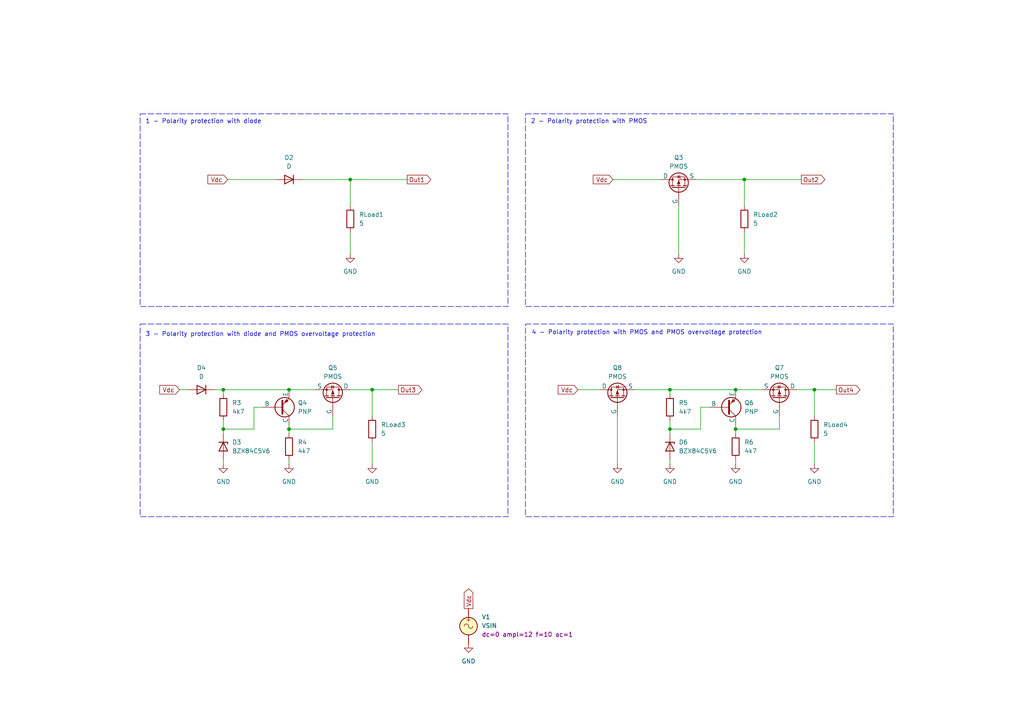
<source format=kicad_sch>
(kicad_sch (version 20250114) (generator "eeschema") (generator_version "9.0")
  (paper "A4")
  (title_block (title "Voltage Polarity protection with discrete components") (date "2025-09-13") (company "GitHub/OJStuff"))
  (lib_symbols
    (symbol "Device:D" (pin_numbers (hide yes)) (pin_names (offset 1.016) (hide yes))
      (property "Reference" "D" (at 0 2.54 0))
      (property "Value" "D" (at 0 -2.54 0))
      (symbol "D_0_1"
        (polyline (pts (xy -1.27 1.27) (xy -1.27 -1.27)) (stroke (width 0.254)))
        (polyline (pts (xy 1.27 1.27) (xy 1.27 -1.27) (xy -1.27 0) (xy 1.27 1.27)) (stroke (width 0.254)))
        (polyline (pts (xy 1.27 0) (xy -1.27 0)))
      )
      (symbol "D_1_1"
        (pin passive line (at -3.81 0 0) (length 2.54) (name "K") (number "1"))
        (pin passive line (at 3.81 0 180) (length 2.54) (name "A") (number "2"))
      )
    )
    (symbol "Device:D_Zener" (pin_numbers (hide yes)) (pin_names (offset 1.016) (hide yes))
      (property "Reference" "D" (at 0 2.54 0))
      (property "Value" "D_Zener" (at 0 -2.54 0))
      (symbol "D_Zener_0_1"
        (polyline (pts (xy -1.27 -1.27) (xy -1.27 1.27) (xy -0.762 1.27)) (stroke (width 0.254)))
        (polyline (pts (xy 1.27 0) (xy -1.27 0)))
        (polyline (pts (xy 1.27 -1.27) (xy 1.27 1.27) (xy -1.27 0) (xy 1.27 -1.27)) (stroke (width 0.254)))
      )
      (symbol "D_Zener_1_1"
        (pin passive line (at -3.81 0 0) (length 2.54) (name "K") (number "1"))
        (pin passive line (at 3.81 0 180) (length 2.54) (name "A") (number "2"))
      )
    )
    (symbol "Device:R" (pin_numbers (hide yes)) (pin_names (offset 0))
      (property "Reference" "R" (at 2.032 0 90))
      (property "Value" "R" (at 0 0 90))
      (symbol "R_0_1"
        (rectangle (start -1.016 -2.54) (end 1.016 2.54) (stroke (width 0.254)))
      )
      (symbol "R_1_1"
        (pin passive line (at 0 3.81 270) (length 1.27) (name "~") (number "1"))
        (pin passive line (at 0 -3.81 90) (length 1.27) (name "~") (number "2"))
      )
    )
    (symbol "Simulation_SPICE:PMOS" (pin_numbers (hide yes)) (pin_names (offset 0))
      (property "Reference" "Q" (at 5.08 1.27 0))
      (property "Value" "PMOS" (at 5.08 -1.27 0))
      (symbol "PMOS_0_1"
        (polyline (pts (xy 0.254 1.905) (xy 0.254 -1.905)) (stroke (width 0.254)))
        (polyline (pts (xy 0.254 0) (xy -2.54 0)))
        (polyline (pts (xy 0.762 2.286) (xy 0.762 1.27)) (stroke (width 0.254)))
        (polyline (pts (xy 0.762 1.778) (xy 3.302 1.778) (xy 3.302 -1.778) (xy 0.762 -1.778)))
        (polyline (pts (xy 0.762 0.508) (xy 0.762 -0.508)) (stroke (width 0.254)))
        (polyline (pts (xy 0.762 -1.27) (xy 0.762 -2.286)) (stroke (width 0.254)))
        (circle (center 1.651 0) (radius 2.794) (stroke (width 0.254)))
        (polyline (pts (xy 2.286 0) (xy 1.27 0.381) (xy 1.27 -0.381) (xy 2.286 0)) (fill (type outline)))
        (polyline (pts (xy 2.54 2.54) (xy 2.54 1.778)))
        (circle (center 2.54 1.778) (radius 0.254) (fill (type outline)))
        (circle (center 2.54 -1.778) (radius 0.254) (fill (type outline)))
        (polyline (pts (xy 2.54 -2.54) (xy 2.54 0) (xy 0.762 0)))
        (polyline (pts (xy 2.794 -0.508) (xy 2.921 -0.381) (xy 3.683 -0.381) (xy 3.81 -0.254)))
        (polyline (pts (xy 3.302 -0.381) (xy 2.921 0.254) (xy 3.683 0.254) (xy 3.302 -0.381)))
      )
      (symbol "PMOS_1_1"
        (pin input line (at -5.08 0 0) (length 2.54) (name "G") (number "2"))
        (pin passive line (at 2.54 5.08 270) (length 2.54) (name "D") (number "1"))
        (pin passive line (at 2.54 -5.08 90) (length 2.54) (name "S") (number "3"))
      )
    )
    (symbol "Simulation_SPICE:PNP" (pin_numbers (hide yes)) (pin_names (offset 0))
      (property "Reference" "Q" (at -2.54 7.62 0))
      (property "Value" "PNP" (at -2.54 5.08 0))
      (symbol "PNP_0_1"
        (polyline (pts (xy -2.54 0) (xy 0.635 0)) (stroke (width 0.1524)))
        (polyline (pts (xy 0.635 1.905) (xy 0.635 -1.905) (xy 0.635 -1.905)) (stroke (width 0.508)))
        (polyline (pts (xy 0.635 0.635) (xy 2.54 2.54)))
        (polyline (pts (xy 0.635 -0.635) (xy 2.54 -2.54) (xy 2.54 -2.54)))
        (circle (center 1.27 0) (radius 2.8194) (stroke (width 0.254)))
        (polyline (pts (xy 2.286 -1.778) (xy 1.778 -2.286) (xy 1.27 -1.27) (xy 2.286 -1.778) (xy 2.286 -1.778)) (fill (type outline)))
      )
      (symbol "PNP_1_1"
        (pin input line (at -5.08 0 0) (length 2.54) (name "B") (number "2"))
        (pin open_collector line (at 2.54 5.08 270) (length 2.54) (name "C") (number "1"))
        (pin open_emitter line (at 2.54 -5.08 90) (length 2.54) (name "E") (number "3"))
      )
    )
    (symbol "Simulation_SPICE:VSIN" (pin_numbers (hide yes)) (pin_names (offset 0.0254))
      (property "Reference" "V" (at 2.54 2.54 0))
      (property "Value" "VSIN" (at 2.54 0 0))
      (property "Sim.Params" "dc=0 ampl=1 f=1k ac=1" (at 2.54 -2.54 0))
      (symbol "VSIN_0_0"
        (arc (start -1.27 0) (mid -0.635 0.6323) (end 0 0))
        (arc (start 1.27 0) (mid 0.635 -0.6323) (end 0 0))
        (text "+" (at 0 1.905 0) (effects (font (size 1.27 1.27))))
      )
      (symbol "VSIN_0_1"
        (circle (center 0 0) (radius 2.54) (stroke (width 0.254)) (fill (type background)))
      )
      (symbol "VSIN_1_1"
        (pin passive line (at 0 5.08 270) (length 2.54) (name "~") (number "1"))
        (pin passive line (at 0 -5.08 90) (length 2.54) (name "~") (number "2"))
      )
    )
    (symbol "power:GND" (power) (pin_numbers (hide yes)) (pin_names (offset 0) (hide yes))
      (property "Value" "GND" (at 0 -3.81 0))
      (symbol "GND_0_1"
        (polyline (pts (xy 0 0) (xy 0 -1.27) (xy 1.27 -1.27) (xy 0 -2.54) (xy -1.27 -1.27) (xy 0 -1.27)))
      )
      (symbol "GND_1_1"
        (pin power_in line (at 0 0 270) (length 0) (name "~") (number "1"))
      )
    )
  )
  (rectangle (start 152.4 93.98) (end 259.08 149.86) (stroke (width 0) (type dash)))
  (rectangle (start 40.64 93.98) (end 147.32 149.86) (stroke (width 0) (type dash)))
  (rectangle (start 40.64 33.02) (end 147.32 88.9) (stroke (width 0) (type dash)))
  (rectangle (start 152.4 33.02) (end 259.08 88.9) (stroke (width 0) (type dash)))
  (text "4 - Polarity protection with PMOS and PMOS overvoltage protection" (at 154.178 96.52 0) (effects (font (size 1.27 1.27)) (justify left)))
  (text "3 - Polarity protection with diode and PMOS overvoltage protection" (at 42.164 97.028 0) (effects (font (size 1.27 1.27)) (justify left)))
  (text "1 - Polarity protection with diode" (at 42.164 35.306 0) (effects (font (size 1.27 1.27)) (justify left)))
  (text "2 - Polarity protection with PMOS" (at 153.924 35.306 0) (effects (font (size 1.27 1.27)) (justify left)))
  (junction (at 83.82 113.03))
  (junction (at 194.31 113.03))
  (junction (at 215.9 52.07))
  (junction (at 213.36 113.03))
  (junction (at 213.36 124.46))
  (junction (at 101.6 52.07))
  (junction (at 236.22 113.03))
  (junction (at 83.82 124.46))
  (junction (at 64.77 124.46))
  (junction (at 194.31 124.46))
  (junction (at 107.95 113.03))
  (junction (at 64.77 113.03))
  (wire (pts (xy 201.93 52.07) (xy 215.9 52.07)))
  (wire (pts (xy 73.66 118.11) (xy 76.2 118.11)))
  (wire (pts (xy 107.95 113.03) (xy 107.95 120.65)))
  (wire (pts (xy 101.6 113.03) (xy 107.95 113.03)))
  (wire (pts (xy 203.2 118.11) (xy 205.74 118.11)))
  (wire (pts (xy 194.31 114.3) (xy 194.31 113.03)))
  (wire (pts (xy 213.36 124.46) (xy 226.06 124.46)))
  (wire (pts (xy 64.77 121.92) (xy 64.77 124.46)))
  (wire (pts (xy 83.82 124.46) (xy 96.52 124.46)))
  (wire (pts (xy 107.95 113.03) (xy 115.57 113.03)))
  (wire (pts (xy 203.2 118.11) (xy 203.2 124.46)))
  (wire (pts (xy 213.36 124.46) (xy 213.36 125.73)))
  (wire (pts (xy 213.36 123.19) (xy 213.36 124.46)))
  (wire (pts (xy 194.31 113.03) (xy 213.36 113.03)))
  (wire (pts (xy 62.23 113.03) (xy 64.77 113.03)))
  (wire (pts (xy 213.36 133.35) (xy 213.36 134.62)))
  (wire (pts (xy 52.07 113.03) (xy 54.61 113.03)))
  (wire (pts (xy 83.82 133.35) (xy 83.82 134.62)))
  (wire (pts (xy 194.31 124.46) (xy 194.31 125.73)))
  (wire (pts (xy 101.6 67.31) (xy 101.6 73.66)))
  (wire (pts (xy 64.77 114.3) (xy 64.77 113.03)))
  (wire (pts (xy 107.95 128.27) (xy 107.95 134.62)))
  (wire (pts (xy 231.14 113.03) (xy 236.22 113.03)))
  (wire (pts (xy 64.77 133.35) (xy 64.77 134.62)))
  (wire (pts (xy 87.63 52.07) (xy 101.6 52.07)))
  (wire (pts (xy 83.82 113.03) (xy 91.44 113.03)))
  (wire (pts (xy 236.22 113.03) (xy 242.57 113.03)))
  (wire (pts (xy 184.15 113.03) (xy 194.31 113.03)))
  (wire (pts (xy 64.77 124.46) (xy 64.77 125.73)))
  (wire (pts (xy 236.22 128.27) (xy 236.22 134.62)))
  (wire (pts (xy 215.9 52.07) (xy 215.9 59.69)))
  (wire (pts (xy 179.07 120.65) (xy 179.07 134.62)))
  (wire (pts (xy 196.85 59.69) (xy 196.85 73.66)))
  (wire (pts (xy 64.77 124.46) (xy 73.66 124.46)))
  (wire (pts (xy 226.06 120.65) (xy 226.06 124.46)))
  (wire (pts (xy 101.6 52.07) (xy 101.6 59.69)))
  (wire (pts (xy 66.04 52.07) (xy 80.01 52.07)))
  (wire (pts (xy 64.77 113.03) (xy 83.82 113.03)))
  (wire (pts (xy 194.31 124.46) (xy 203.2 124.46)))
  (wire (pts (xy 194.31 133.35) (xy 194.31 134.62)))
  (wire (pts (xy 83.82 124.46) (xy 83.82 125.73)))
  (wire (pts (xy 73.66 118.11) (xy 73.66 124.46)))
  (wire (pts (xy 194.31 121.92) (xy 194.31 124.46)))
  (wire (pts (xy 215.9 67.31) (xy 215.9 73.66)))
  (wire (pts (xy 177.8 52.07) (xy 191.77 52.07)))
  (wire (pts (xy 215.9 52.07) (xy 232.41 52.07)))
  (wire (pts (xy 101.6 52.07) (xy 118.11 52.07)))
  (wire (pts (xy 167.64 113.03) (xy 173.99 113.03)))
  (wire (pts (xy 83.82 123.19) (xy 83.82 124.46)))
  (wire (pts (xy 96.52 120.65) (xy 96.52 124.46)))
  (wire (pts (xy 213.36 113.03) (xy 220.98 113.03)))
  (wire (pts (xy 236.22 113.03) (xy 236.22 120.65)))
  (global_label "Vdc" (shape input) (at 66.04 52.07 180) (property "Intersheetrefs" "${INTERSHEET_REFS}" (effects (hide yes))))
  (global_label "Out2" (shape output) (at 232.41 52.07 0) (property "Intersheetrefs" "${INTERSHEET_REFS}" (effects (hide yes))))
  (global_label "Vdc" (shape output) (at 135.89 176.53 90) (property "Intersheetrefs" "${INTERSHEET_REFS}" (effects (hide yes))))
  (global_label "Vdc" (shape input) (at 177.8 52.07 180) (property "Intersheetrefs" "${INTERSHEET_REFS}" (effects (hide yes))))
  (global_label "Out1" (shape output) (at 118.11 52.07 0) (property "Intersheetrefs" "${INTERSHEET_REFS}" (effects (hide yes))))
  (global_label "Vdc" (shape input) (at 52.07 113.03 180) (property "Intersheetrefs" "${INTERSHEET_REFS}" (effects (hide yes))))
  (global_label "Out3" (shape output) (at 115.57 113.03 0) (property "Intersheetrefs" "${INTERSHEET_REFS}" (effects (hide yes))))
  (global_label "Vdc" (shape input) (at 167.64 113.03 180) (property "Intersheetrefs" "${INTERSHEET_REFS}" (effects (hide yes))))
  (global_label "Out4" (shape output) (at 242.57 113.03 0) (property "Intersheetrefs" "${INTERSHEET_REFS}" (effects (hide yes))))
  (symbol (lib_id "power:GND") (at 215.9 73.66 0) (unit 1)
    (property "Reference" "#PWR09" (effects (hide yes)))
    (property "Value" "GND" (at 215.9 78.74 0))
    (property "Description" "Power symbol creates a global label with name \"GND\" , ground" (effects (hide yes)))
  )
  (symbol (lib_id "Simulation_SPICE:VSIN") (at 135.89 181.61 0) (unit 1)
    (property "Reference" "V1" (at 139.7 178.9401 0) (effects (justify left)))
    (property "Value" "VSIN" (at 139.7 181.4801 0) (effects (justify left)))
    (property "Datasheet" "https://ngspice.sourceforge.io/docs/ngspice-html-manual/manual.xhtml#sec_Independent_Sources_for" (effects (hide yes)))
    (property "Description" "Voltage source, sinusoidal" (effects (hide yes)))
    (property "Sim.Pins" "1=+ 2=-" (effects (hide yes)))
    (property "Sim.Params" "dc=0 ampl=12 f=10 ac=1" (at 139.7 184.0201 0) (effects (justify left)))
    (property "Sim.Type" "SIN" (effects (hide yes)))
    (property "Sim.Device" "V" (effects (hide yes)))
  )
  (symbol (lib_id "Simulation_SPICE:PNP") (at 81.28 118.11 0) (mirror x) (unit 1)
    (property "Reference" "Q4" (at 86.36 116.8399 0) (effects (justify left)))
    (property "Value" "PNP" (at 86.36 119.3799 0) (effects (justify left)))
    (property "Datasheet" "https://ngspice.sourceforge.io/docs/ngspice-html-manual/manual.xhtml#cha_BJTs" (effects (hide yes)))
    (property "Description" "Bipolar transistor symbol for simulation only, substrate tied to the emitter" (effects (hide yes)))
    (property "Sim.Device" "PNP" (effects (hide yes)))
    (property "Sim.Type" "GUMMELPOON" (effects (hide yes)))
    (property "Sim.Pins" "1=C 2=B 3=E" (effects (hide yes)))
  )
  (symbol (lib_id "Device:D_Zener") (at 194.31 129.54 270) (unit 1)
    (property "Reference" "D6" (at 196.85 128.2699 90) (effects (justify left)))
    (property "Value" "BZX84C5V6" (at 196.85 130.8099 90) (effects (justify left)))
    (property "Description" "Zener diode" (effects (hide yes)))
    (property "Sim.Library" "BZX84C5V6.spice.txt" (effects (hide yes)))
    (property "Sim.Name" "DI_BZX84C5V6" (effects (hide yes)))
    (property "Sim.Device" "SUBCKT" (effects (hide yes)))
    (property "Sim.Pins" "1=2 2=1" (effects (hide yes)))
  )
  (symbol (lib_id "Device:R") (at 194.31 118.11 0) (unit 1)
    (property "Reference" "R5" (at 196.85 116.8399 0) (effects (justify left)))
    (property "Value" "4k7" (at 196.85 119.3799 0) (effects (justify left)))
    (property "Description" "Resistor" (effects (hide yes)))
  )
  (symbol (lib_id "Device:R") (at 213.36 129.54 0) (unit 1)
    (property "Reference" "R6" (at 215.9 128.2699 0) (effects (justify left)))
    (property "Value" "4k7" (at 215.9 130.8099 0) (effects (justify left)))
    (property "Description" "Resistor" (effects (hide yes)))
  )
  (symbol (lib_id "Device:R") (at 101.6 63.5 0) (unit 1)
    (property "Reference" "RLoad1" (at 104.14 62.2299 0) (effects (justify left)))
    (property "Value" "5" (at 104.14 64.7699 0) (effects (justify left)))
    (property "Description" "Resistor" (effects (hide yes)))
  )
  (symbol (lib_id "Device:R") (at 64.77 118.11 0) (unit 1)
    (property "Reference" "R3" (at 67.31 116.8399 0) (effects (justify left)))
    (property "Value" "4k7" (at 67.31 119.3799 0) (effects (justify left)))
    (property "Description" "Resistor" (effects (hide yes)))
  )
  (symbol (lib_id "power:GND") (at 179.07 134.62 0) (unit 1)
    (property "Reference" "#PWR014" (effects (hide yes)))
    (property "Value" "GND" (at 179.07 139.7 0))
    (property "Description" "Power symbol creates a global label with name \"GND\" , ground" (effects (hide yes)))
  )
  (symbol (lib_id "power:GND") (at 236.22 134.62 0) (unit 1)
    (property "Reference" "#PWR013" (effects (hide yes)))
    (property "Value" "GND" (at 236.22 139.7 0))
    (property "Description" "Power symbol creates a global label with name \"GND\" , ground" (effects (hide yes)))
  )
  (symbol (lib_id "Device:D_Zener") (at 64.77 129.54 270) (unit 1)
    (property "Reference" "D3" (at 67.31 128.2699 90) (effects (justify left)))
    (property "Value" "BZX84C5V6" (at 67.31 130.8099 90) (effects (justify left)))
    (property "Description" "Zener diode" (effects (hide yes)))
    (property "Sim.Library" "BZX84C5V6.spice.txt" (effects (hide yes)))
    (property "Sim.Name" "DI_BZX84C5V6" (effects (hide yes)))
    (property "Sim.Device" "SUBCKT" (effects (hide yes)))
    (property "Sim.Pins" "1=2 2=1" (effects (hide yes)))
  )
  (symbol (lib_id "power:GND") (at 194.31 134.62 0) (unit 1)
    (property "Reference" "#PWR011" (effects (hide yes)))
    (property "Value" "GND" (at 194.31 139.7 0))
    (property "Description" "Power symbol creates a global label with name \"GND\" , ground" (effects (hide yes)))
  )
  (symbol (lib_id "Simulation_SPICE:PMOS") (at 179.07 115.57 90) (unit 1)
    (property "Reference" "Q8" (at 179.07 106.68 90))
    (property "Value" "PMOS" (at 179.07 109.22 90))
    (property "Datasheet" "https://ngspice.sourceforge.io/docs/ngspice-html-manual/manual.xhtml#cha_MOSFETs" (effects (hide yes)))
    (property "Description" "P-MOSFET transistor, drain/source/gate" (effects (hide yes)))
    (property "Sim.Device" "PMOS" (effects (hide yes)))
    (property "Sim.Type" "VDMOS" (effects (hide yes)))
    (property "Sim.Pins" "1=D 2=G 3=S" (effects (hide yes)))
  )
  (symbol (lib_id "Simulation_SPICE:PNP") (at 210.82 118.11 0) (mirror x) (unit 1)
    (property "Reference" "Q6" (at 215.9 116.8399 0) (effects (justify left)))
    (property "Value" "PNP" (at 215.9 119.3799 0) (effects (justify left)))
    (property "Datasheet" "https://ngspice.sourceforge.io/docs/ngspice-html-manual/manual.xhtml#cha_BJTs" (effects (hide yes)))
    (property "Description" "Bipolar transistor symbol for simulation only, substrate tied to the emitter" (effects (hide yes)))
    (property "Sim.Device" "PNP" (effects (hide yes)))
    (property "Sim.Type" "GUMMELPOON" (effects (hide yes)))
    (property "Sim.Pins" "1=C 2=B 3=E" (effects (hide yes)))
  )
  (symbol (lib_id "Device:D") (at 58.42 113.03 180) (unit 1)
    (property "Reference" "D4" (at 58.42 106.68 0))
    (property "Value" "D" (at 58.42 109.22 0))
    (property "Description" "Diode" (effects (hide yes)))
    (property "Sim.Device" "D" (effects (hide yes)))
    (property "Sim.Pins" "1=K 2=A" (effects (hide yes)))
  )
  (symbol (lib_id "power:GND") (at 213.36 134.62 0) (unit 1)
    (property "Reference" "#PWR012" (effects (hide yes)))
    (property "Value" "GND" (at 213.36 139.7 0))
    (property "Description" "Power symbol creates a global label with name \"GND\" , ground" (effects (hide yes)))
  )
  (symbol (lib_id "power:GND") (at 83.82 134.62 0) (unit 1)
    (property "Reference" "#PWR08" (effects (hide yes)))
    (property "Value" "GND" (at 83.82 139.7 0))
    (property "Description" "Power symbol creates a global label with name \"GND\" , ground" (effects (hide yes)))
  )
  (symbol (lib_id "Device:R") (at 236.22 124.46 0) (unit 1)
    (property "Reference" "RLoad4" (at 238.76 123.1899 0) (effects (justify left)))
    (property "Value" "5" (at 238.76 125.7299 0) (effects (justify left)))
    (property "Description" "Resistor" (effects (hide yes)))
  )
  (symbol (lib_id "Simulation_SPICE:PMOS") (at 196.85 54.61 90) (unit 1)
    (property "Reference" "Q3" (at 196.85 45.72 90))
    (property "Value" "PMOS" (at 196.85 48.26 90))
    (property "Datasheet" "https://ngspice.sourceforge.io/docs/ngspice-html-manual/manual.xhtml#cha_MOSFETs" (effects (hide yes)))
    (property "Description" "P-MOSFET transistor, drain/source/gate" (effects (hide yes)))
    (property "Sim.Device" "PMOS" (effects (hide yes)))
    (property "Sim.Type" "VDMOS" (effects (hide yes)))
    (property "Sim.Pins" "1=D 2=G 3=S" (effects (hide yes)))
  )
  (symbol (lib_id "Device:D") (at 83.82 52.07 180) (unit 1)
    (property "Reference" "D2" (at 83.82 45.72 0))
    (property "Value" "D" (at 83.82 48.26 0))
    (property "Description" "Diode" (effects (hide yes)))
    (property "Sim.Device" "D" (effects (hide yes)))
    (property "Sim.Pins" "1=K 2=A" (effects (hide yes)))
  )
  (symbol (lib_id "power:GND") (at 107.95 134.62 0) (unit 1)
    (property "Reference" "#PWR010" (effects (hide yes)))
    (property "Value" "GND" (at 107.95 139.7 0))
    (property "Description" "Power symbol creates a global label with name \"GND\" , ground" (effects (hide yes)))
  )
  (symbol (lib_id "Simulation_SPICE:PMOS") (at 96.52 115.57 270) (mirror x) (unit 1)
    (property "Reference" "Q5" (at 96.52 106.68 90))
    (property "Value" "PMOS" (at 96.52 109.22 90))
    (property "Datasheet" "https://ngspice.sourceforge.io/docs/ngspice-html-manual/manual.xhtml#cha_MOSFETs" (effects (hide yes)))
    (property "Description" "P-MOSFET transistor, drain/source/gate" (effects (hide yes)))
    (property "Sim.Device" "PMOS" (effects (hide yes)))
    (property "Sim.Type" "VDMOS" (effects (hide yes)))
    (property "Sim.Pins" "1=D 2=G 3=S" (effects (hide yes)))
  )
  (symbol (lib_id "Device:R") (at 83.82 129.54 0) (unit 1)
    (property "Reference" "R4" (at 86.36 128.2699 0) (effects (justify left)))
    (property "Value" "4k7" (at 86.36 130.8099 0) (effects (justify left)))
    (property "Description" "Resistor" (effects (hide yes)))
  )
  (symbol (lib_id "power:GND") (at 196.85 73.66 0) (unit 1)
    (property "Reference" "#PWR07" (effects (hide yes)))
    (property "Value" "GND" (at 196.85 78.74 0))
    (property "Description" "Power symbol creates a global label with name \"GND\" , ground" (effects (hide yes)))
  )
  (symbol (lib_id "Device:R") (at 215.9 63.5 0) (unit 1)
    (property "Reference" "RLoad2" (at 218.44 62.2299 0) (effects (justify left)))
    (property "Value" "5" (at 218.44 64.7699 0) (effects (justify left)))
    (property "Description" "Resistor" (effects (hide yes)))
  )
  (symbol (lib_id "power:GND") (at 135.89 186.69 0) (unit 1)
    (property "Reference" "#PWR04" (effects (hide yes)))
    (property "Value" "GND" (at 135.89 191.77 0))
    (property "Description" "Power symbol creates a global label with name \"GND\" , ground" (effects (hide yes)))
  )
  (symbol (lib_id "Simulation_SPICE:PMOS") (at 226.06 115.57 270) (mirror x) (unit 1)
    (property "Reference" "Q7" (at 226.06 106.68 90))
    (property "Value" "PMOS" (at 226.06 109.22 90))
    (property "Datasheet" "https://ngspice.sourceforge.io/docs/ngspice-html-manual/manual.xhtml#cha_MOSFETs" (effects (hide yes)))
    (property "Description" "P-MOSFET transistor, drain/source/gate" (effects (hide yes)))
    (property "Sim.Device" "PMOS" (effects (hide yes)))
    (property "Sim.Type" "VDMOS" (effects (hide yes)))
    (property "Sim.Pins" "1=D 2=G 3=S" (effects (hide yes)))
  )
  (symbol (lib_id "power:GND") (at 64.77 134.62 0) (unit 1)
    (property "Reference" "#PWR06" (effects (hide yes)))
    (property "Value" "GND" (at 64.77 139.7 0))
    (property "Description" "Power symbol creates a global label with name \"GND\" , ground" (effects (hide yes)))
  )
  (symbol (lib_id "power:GND") (at 101.6 73.66 0) (unit 1)
    (property "Reference" "#PWR03" (effects (hide yes)))
    (property "Value" "GND" (at 101.6 78.74 0))
    (property "Description" "Power symbol creates a global label with name \"GND\" , ground" (effects (hide yes)))
  )
  (symbol (lib_id "Device:R") (at 107.95 124.46 0) (unit 1)
    (property "Reference" "RLoad3" (at 110.49 123.1899 0) (effects (justify left)))
    (property "Value" "5" (at 110.49 125.7299 0) (effects (justify left)))
    (property "Description" "Resistor" (effects (hide yes)))
  )
)
</source>
